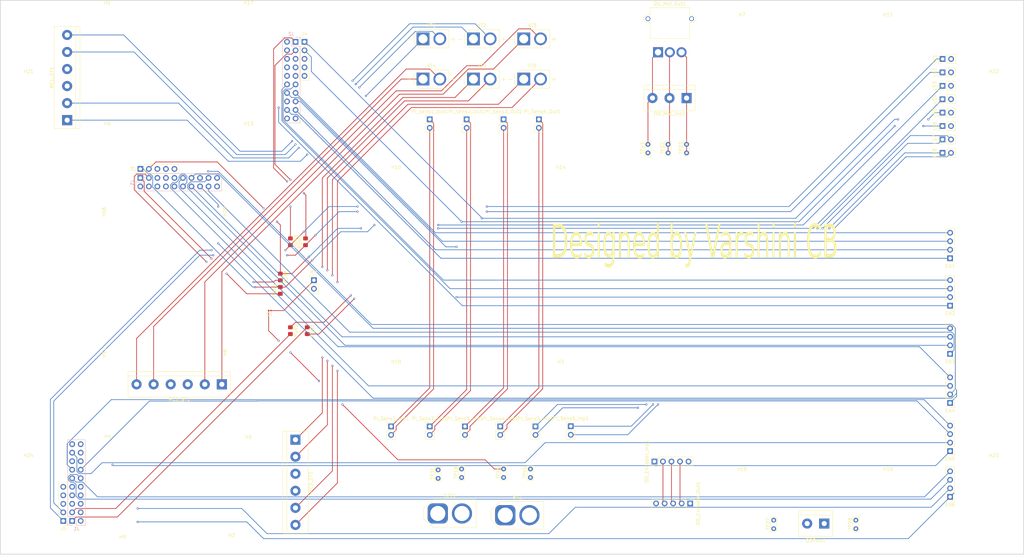
<source format=kicad_pcb>
(kicad_pcb (version 20241229) (generator "pcbnew") (generator_version "9.0")
  (layers (0 "F.Cu" signal) (4 "In1.Cu" signal) (6 "In2.Cu" signal) (8 "In3.Cu" signal) (10 "In4.Cu" signal) (2 "B.Cu" signal) (13 "F.Paste" user) (15 "B.Paste" user) (5 "F.SilkS" user "F.Silkscreen") (7 "B.SilkS" user "B.Silkscreen") (1 "F.Mask" user) (3 "B.Mask" user) (25 "Edge.Cuts" user))
  (net 0 "")
  (net 1 "GND")
  (net 2 "/LS4")
  (net 3 "/LS3")
  (net 4 "/LS7a")
  (net 5 "/LS7b")
  (net 6 "/B")
  (net 7 "/A")
  (net 8 "/C")
  (net 9 "/Sens4_2")
  (net 10 "/Sens4_1")
  (net 11 "/XT301+")
  (net 12 "/XT301-")
  (net 13 "/XT302+")
  (net 14 "/XT302-")
  (net 15 "/XT303+")
  (net 16 "/XT303-")
  (net 17 "/XT304+")
  (net 18 "/XT304-")
  (net 19 "/EN_B")
  (net 20 "/EN_A")
  (net 21 "+12V")
  (net 22 "+5V")
  (net 23 "/LS8a")
  (net 24 "/LS8b")
  (net 25 "/EN_C")
  (net 26 "/EN1+")
  (net 27 "/EN1-")
  (net 28 "/EN1b")
  (net 29 "/EN1a")
  (net 30 "/EN2-")
  (net 31 "/EN2a")
  (net 32 "/EN2b")
  (net 33 "/EN2+")
  (net 34 "/EN3+")
  (net 35 "/EN3b")
  (net 36 "/EN3-")
  (net 37 "/EN3a")
  (net 38 "/EN4+")
  (net 39 "/EN4a")
  (net 40 "/EN4-")
  (net 41 "/EN4b")
  (net 42 "/EN5b")
  (net 43 "/EN5-")
  (net 44 "/EN5a")
  (net 45 "/EN5+")
  (net 46 "/EN6a")
  (net 47 "/EN6-")
  (net 48 "/EN6b")
  (net 49 "/EN6+")
  (net 53 "Net-(J1-Pin_1)")
  (net 57 "Net-(J1-Pin_3)")
  (net 61 "Net-(J2-Pin_1)")
  (net 68 "Net-(J2-Pin_3)")
  (net 75 "Net-(J3-Pin_1)")
  (net 79 "Net-(J3-Pin_3)")
  (net 81 "/LS5")
  (net 84 "/LS6")
  (net 85 "/LS1")
  (net 86 "/LS2")
  (net 93 "/Sens1_1")
  (net 94 "/Sens1_2")
  (net 95 "/Sens2_1")
  (net 96 "/Sens2_2")
  (net 97 "/Sens3_2")
  (net 98 "/Sens3_1")
  (net 99 "/XT306+")
  (net 100 "/XT305+")
  (net 101 "/XT306-")
  (net 102 "/XT305-")
  (net 103 "Net-(PI1-Pin_1)")
  (footprint "Resistor_SMD:R_0805_2012Metric_Pad1.20x1.40mm_HandSolder" (layer "F.Cu") (at 240 168.5 90)
    (property "Reference" "PUR4")
    (property "Value" "R_US")
  )
  (footprint "MountingHole:MountingHole_3.2mm_M3" (layer "F.Cu") (at 184 201.5 90)
    (property "Reference" "H12")
    (property "Value" "MountingHole")
  )
  (footprint "MountingHole:MountingHole_3.2mm_M3" (layer "F.Cu") (at 413.5 105)
    (property "Reference" "H11")
    (property "Value" "MountingHole")
  )
  (footprint "Connector_PinHeader_2.54mm:PinHeader_1x05_P2.54mm_Vertical" (layer "F.Cu") (at 343.925 234 90)
    (property "Reference" "OD_Encoder_Inp1")
    (property "Value" "Conn_01x04")
  )
  (footprint "Connector_PinHeader_2.54mm:PinHeader_1x02_P2.54mm_Vertical" (layer "F.Cu") (at 429.725 130 90)
    (property "Reference" "LS5")
    (property "Value" "Conn_02x01")
  )
  (footprint "Connector_PinHeader_2.54mm:PinHeader_1x02_P2.54mm_Vertical" (layer "F.Cu") (at 429.725 134 90)
    (property "Reference" "LS6")
    (property "Value" "Conn_02x01")
  )
  (footprint "MountingHole:MountingHole_4.3mm_M4" (layer "F.Cu") (at 157.5 123)
    (property "Reference" "H21")
    (property "Value" "MountingHole")
  )
  (footprint "Connector_AMASS:AMASS_XT30U-M_1x02_P5.0mm_Vertical" (layer "F.Cu") (at 275 108)
    (property "Reference" "XT1")
    (property "Value" "Conn_01x02_Male")
  )
  (footprint "Resistor_SMD:R_0805_2012Metric_Pad1.20x1.40mm_HandSolder" (layer "F.Cu") (at 235.5 195 -90)
    (property "Reference" "PUR2")
    (property "Value" "R_US")
  )
  (footprint "Connector_PinHeader_2.54mm:PinHeader_1x02_P2.54mm_Vertical" (layer "F.Cu") (at 429.725 118 90)
    (property "Reference" "LS2")
    (property "Value" "Conn_02x01")
  )
  (footprint "MountingHole:MountingHole_3.2mm_M3" (layer "F.Cu") (at 370 105)
    (property "Reference" "H7")
    (property "Value" "MountingHole")
  )
  (footprint "Connector_AMASS:AMASS_XT30U-M_1x02_P5.0mm_Vertical" (layer "F.Cu") (at 305 120)
    (property "Reference" "XT6")
    (property "Value" "Conn_01x02_Male")
  )
  (footprint "Connector_PinHeader_2.54mm:PinHeader_1x02_P2.54mm_Vertical" (layer "F.Cu") (at 288 132)
    (property "Reference" "PI_Sens2_Out1")
    (property "Value" "Conn_01x02")
  )
  (footprint "MountingHole:MountingHole_3.2mm_M3" (layer "F.Cu") (at 223 222.5 180)
    (property "Reference" "H5")
    (property "Value" "MountingHole")
  )
  (footprint "Resistor_SMD:R_0805_2012Metric_Pad1.20x1.40mm_HandSolder" (layer "F.Cu") (at 240.5 195 -90)
    (property "Reference" "PUR1")
    (property "Value" "R_US")
  )
  (footprint "Connector_PinHeader_2.54mm:PinHeader_1x04_P2.54mm_Vertical" (layer "F.Cu") (at 432 187.54 180)
    (property "Reference" "EN2")
    (property "Value" "Conn_01x04")
  )
  (footprint "Connector_PinHeader_2.54mm:PinHeader_1x02_P2.54mm_Vertical" (layer "F.Cu") (at 319 223.5)
    (property "Reference" "PI_Sens6_Inp1")
    (property "Value" "Conn_01x02")
  )
  (footprint "TestPoint:TestPoint_Bridge_Pitch2.54mm_Drill0.7mm" (layer "F.Cu") (at 342 139.46 -90)
    (property "Reference" "TP41")
    (property "Value" "TestPoint_Probe")
  )
  (footprint "TestPoint:TestPoint_Bridge_Pitch2.54mm_Drill0.7mm" (layer "F.Cu") (at 353.5 139.46 -90)
    (property "Reference" "TP23")
    (property "Value" "TestPoint_Probe")
  )
  (footprint "Connector_PinHeader_2.54mm:PinHeader_1x04_P2.54mm_Vertical" (layer "F.Cu") (at 432 173.42 180)
    (property "Reference" "EN1")
    (property "Value" "Conn_01x04")
  )
  (footprint "MountingHole:MountingHole_3.2mm_M3" (layer "F.Cu") (at 267 150.5)
    (property "Reference" "H10")
    (property "Value" "MountingHole")
  )
  (footprint "Connector_AMASS:AMASS_XT30U-M_1x02_P5.0mm_Vertical" (layer "F.Cu") (at 290 120)
    (property "Reference" "XT5")
    (property "Value" "Conn_01x02_Male")
  )
  (footprint "TestPoint:TestPoint_Bridge_Pitch2.54mm_Drill0.7mm" (layer "F.Cu") (at 348 139.46 -90)
    (property "Reference" "TP22")
    (property "Value" "TestPoint_Probe")
  )
  (footprint "Connector_AMASS:AMASS_XT30U-M_1x02_P5.0mm_Vertical" (layer "F.Cu") (at 305 108)
    (property "Reference" "XT3")
    (property "Value" "Conn_01x02_Male")
  )
  (footprint "Connector_PinHeader_2.54mm:PinHeader_1x02_P2.54mm_Vertical" (layer "F.Cu") (at 287.5 223.54)
    (property "Reference" "PI_Sens3_Inp1")
    (property "Value" "Conn_01x02")
  )
  (footprint "MountingHole:MountingHole_3.2mm_M3" (layer "F.Cu") (at 223 101.5)
    (property "Reference" "H17")
    (property "Value" "MountingHole")
  )
  (footprint "Connector_PinHeader_2.54mm:PinHeader_1x02_P2.54mm_Vertical" (layer "F.Cu") (at 298 223.54)
    (property "Reference" "PI_Sens4_Inp1")
    (property "Value" "Conn_01x02")
  )
  (footprint "Resistor_SMD:R_0805_2012Metric_Pad1.20x1.40mm_HandSolder" (layer "F.Cu") (at 232.5 179 -90)
    (property "Reference" "PUR6")
    (property "Value" "R_US")
  )
  (footprint "Connector_PinHeader_2.54mm:PinHeader_1x02_P2.54mm_Vertical" (layer "F.Cu") (at 429.765 114 90)
    (property "Reference" "LS1")
    (property "Value" "Conn_02x01")
  )
  (footprint "Connector_PinHeader_2.54mm:PinHeader_1x02_P2.54mm_Vertical" (layer "F.Cu") (at 429.725 138 90)
    (property "Reference" "LS7")
    (property "Value" "Conn_02x01")
  )
  (footprint "Connector_PinHeader_2.54mm:PinHeader_1x02_P2.54mm_Vertical" (layer "F.Cu") (at 429.725 122 90)
    (property "Reference" "LS3")
    (property "Value" "Conn_02x01")
  )
  (footprint "TerminalBlock:TerminalBlock_bornier-6_P5.08mm" (layer "F.Cu") (at 169 132.24 90)
    (property "Reference" "RC1_ST1")
    (property "Value" "Screw_Terminal_01x06")
  )
  (footprint "TestPoint:TestPoint_Bridge_Pitch2.54mm_Drill0.7mm" (layer "F.Cu") (at 403.92 251.5 -90)
    (property "Reference" "TP28")
    (property "Value" "TestPoint_Probe")
  )
  (footprint "Connector_PinHeader_2.54mm:PinHeader_1x02_P2.54mm_Vertical" (layer "F.Cu") (at 265.5 223.54)
    (property "Reference" "PI_Sens1_Inp1")
    (property "Value" "Conn_01x02")
  )
  (footprint "Connector_PinHeader_2.54mm:PinHeader_1x05_P2.54mm_Vertical" (layer "F.Cu") (at 239.7 108.88)
    (property "Reference" "J4")
    (property "Value" "Conn_01x05")
  )
  (footprint "Resistor_SMD:R_0805_2012Metric_Pad1.20x1.40mm_HandSolder" (layer "F.Cu") (at 232.5 183 90)
    (property "Reference" "PUR5")
    (property "Value" "R_US")
  )
  (footprint "MountingHole:MountingHole_4.3mm_M4" (layer "F.Cu") (at 445 123)
    (property "Reference" "H22")
    (property "Value" "MountingHole")
  )
  (footprint "Connector_PinHeader_2.54mm:PinHeader_1x04_P2.54mm_Vertical" (layer "F.Cu") (at 432 216.54 180)
    (property "Reference" "EN4")
    (property "Value" "Conn_01x04")
  )
  (footprint "MountingHole:MountingHole_3.2mm_M3" (layer "F.Cu") (at 181 258.5 180)
    (property "Reference" "H9")
    (property "Value" "MountingHole")
  )
  (footprint "MountingHole:MountingHole_3.2mm_M3" (layer "F.Cu") (at 181 137.5)
    (property "Reference" "H6")
    (property "Value" "MountingHole")
  )
  (footprint "Connector_PinHeader_2.54mm:PinHeader_1x02_P2.54mm_Vertical" (layer "F.Cu") (at 242.5 179.96)
    (property "Reference" "PI1")
    (property "Value" "Conn_01x02")
  )
  (footprint "TestPoint:TestPoint_Bridge_Pitch2.54mm_Drill0.7mm" (layer "F.Cu") (at 286.5 236.23 -90)
    (property "Reference" "TP18")
    (property "Value" "TestPoint_Probe")
  )
  (footprint "Connector_PinHeader_2.54mm:PinHeader_1x05_P2.54mm_Vertical" (layer "F.Cu") (at 190.8 146.78 90)
    (property "Reference" "J6")
    (property "Value" "Conn_01x05")
  )
  (footprint "MountingHole:MountingHole_3.2mm_M3" (layer "F.Cu") (at 223 137.5)
    (property "Reference" "H13")
    (property "Value" "MountingHole")
  )
  (footprint "Connector_PinHeader_2.54mm:PinHeader_1x02_P2.54mm_Vertical" (layer "F.Cu") (at 277 223.54)
    (property "Reference" "PI_Sens2_Inp1")
    (property "Value" "Conn_01x02")
  )
  (footprint "TestPoint:TestPoint_Bridge_Pitch2.54mm_Drill0.7mm" (layer "F.Cu") (at 307 236.23 -90)
    (property "Reference" "TP45")
    (property "Value" "TestPoint_Probe")
  )
  (footprint "Capacitor_SMD:C_0201_0603Metric" (layer "F.Cu") (at 229.345 189 180)
    (property "Reference" "C1")
    (property "Value" "C")
  )
  (footprint "Connector_PinHeader_2.54mm:PinHeader_1x02_P2.54mm_Vertical" (layer "F.Cu") (at 308.5 223.54)
    (property "Reference" "PI_Sens5_Inp1")
    (property "Value" "Conn_01x02")
  )
  (footprint "TestPoint:TestPoint_Bridge_Pitch2.54mm_Drill0.7mm" (layer "F.Cu") (at 299 236.23 -90)
    (property "Reference" "TP44")
    (property "Value" "TestPoint_Probe")
  )
  (footprint "MountingHole:MountingHole_3.2mm_M3" (layer "F.Cu") (at 267 208.5)
    (property "Reference" "H18")
    (property "Value" "MountingHole")
  )
  (footprint "TerminalBlock:TerminalBlock_bornier-3_P5.08mm" (layer "F.Cu") (at 353.5 125.65 180)
    (property "Reference" "OD_Mot_Inp1")
    (property "Value" "Screw_Terminal_01x03")
  )
  (footprint "Connector_PinHeader_2.54mm:PinHeader_1x02_P2.54mm_Vertical" (layer "F.Cu") (at 277 132)
    (property "Reference" "PI_Sens1_Out1")
    (property "Value" "Conn_01x02")
  )
  (footprint "MountingHole:MountingHole_3.2mm_M3" (layer "F.Cu") (at 316 208.5)
    (property "Reference" "H3")
    (property "Value" "MountingHole")
  )
  (footprint "MountingHole:MountingHole_3.2mm_M3" (layer "F.Cu") (at 181 222.5 180)
    (property "Reference" "H4")
    (property "Value" "MountingHole")
  )
  (footprint "Connector_AMASS:AMASS_XT60-M_1x02_P7.20mm_Vertical" (layer "F.Cu") (at 279.4 249.5)
    (property "Reference" "12V1")
    (property "Value" "Conn_01x02_Male")
  )
  (footprint "TestPoint:TestPoint_Bridge_Pitch2.54mm_Drill0.7mm" (layer "F.Cu") (at 379.46 251.5 -90)
    (property "Reference" "TP27")
    (property "Value" "TestPoint_Probe")
  )
  (footprint "TerminalBlock:TerminalBlock_bornier-6_P5.08mm" (layer "F.Cu") (at 237 227.5 -90)
    (property "Reference" "RC3_ST1")
    (property "Value" "Screw_Terminal_01x06")
  )
  (footprint "Connector_PinHeader_2.54mm:PinHeader_1x04_P2.54mm_Vertical" (layer "F.Cu") (at 432 244.54 180)
    (property "Reference" "EN6")
    (property "Value" "Conn_01x04")
  )
  (footprint "MountingHole:MountingHole_4.3mm_M4" (layer "F.Cu") (at 157.5 237.5)
    (property "Reference" "H24")
    (property "Value" "MountingHole")
  )
  (footprint "TestPoint:TestPoint_Bridge_Pitch2.54mm_Drill0.7mm" (layer "F.Cu") (at 279.5 236.5 -90)
    (property "Reference" "TP31")
    (property "Value" "TestPoint_Probe")
  )
  (footprint "Connector_PinHeader_2.54mm:PinHeader_1x04_P2.54mm_Vertical" (layer "F.Cu") (at 432 230.92 180)
    (property "Reference" "EN5")
    (property "Value" "Conn_01x04")
  )
  (footprint "Connector_PinHeader_2.54mm:PinHeader_1x02_P2.54mm_Vertical" (layer "F.Cu") (at 299 132)
    (property "Reference" "PI_Sens3_Out1")
    (property "Value" "Conn_01x02")
  )
  (footprint "MountingHole:MountingHole_3.2mm_M3" (layer "F.Cu") (at 220 201.5 90)
    (property "Reference" "H8")
    (property "Value" "MountingHole")
  )
  (footprint "MountingHole:MountingHole_3.2mm_M3" (layer "F.Cu") (at 370 240.5)
    (property "Reference" "H15")
    (property "Value" "MountingHole")
  )
  (footprint "MountingHole:MountingHole_3.2mm_M3" (layer "F.Cu") (at 413.5 240.5)
    (property "Reference" "H19")
    (property "Value" "MountingHole")
  )
  (footprint "MountingHole:MountingHole_3.2mm_M3" (layer "F.Cu") (at 184 159.5 90)
    (property "Reference" "H16")
    (property "Value" "MountingHole")
  )
  (footprint "Connector_PinHeader_2.54mm:PinHeader_1x02_P2.54mm_Vertical" (layer "F.Cu") (at 309.5 132)
    (property "Reference" "PI_Sens4_Out1")
    (property "Value" "Conn_01x02")
  )
  (footprint "Connector_AMASS:AMASS_XT30U-M_1x02_P5.0mm_Vertical" (layer "F.Cu") (at 290 108)
    (property "Reference" "XT2")
    (property "Value" "Conn_01x02_Male")
  )
  (footprint "MountingHole:MountingHole_3.2mm_M3" (layer "F.Cu") (at 220 159.5 90)
    (property "Reference" "H20")
    (property "Value" "MountingHole")
  )
  (footprint "Connector_AMASS:AMASS_XT30U-M_1x02_P5.0mm_Vertical" (layer "F.Cu") (at 275 120)
    (property "Reference" "XT4")
    (property "Value" "Conn_01x02_Male")
  )
  (footprint "Connector_PinHeader_2.54mm:PinHeader_1x02_P2.54mm_Vertical" (layer "F.Cu") (at 429.725 142 90)
    (property "Reference" "LS8")
    (property "Value" "Conn_02x01")
  )
  (footprint "Connector_AMASS:AMASS_XT60-M_1x02_P7.20mm_Vertical" (layer "F.Cu") (at 299.5 250)
    (property "Reference" "5V1")
    (property "Value" "Conn_01x02_Male")
  )
  (footprint "MountingHole:MountingHole_3.2mm_M3" (layer "F.Cu") (at 223 258.5 180)
    (property "Reference" "H2")
    (property "Value" "MountingHole")
  )
  (footprint "TerminalBlock:TerminalBlock_bornier-6_P5.08mm" (layer "F.Cu") (at 215.08 211 180)
    (property "Reference" "RC2_ST1")
    (property "Value" "Screw_Terminal_01x06")
  )
  (footprint "MountingHole:MountingHole_3.2mm_M3" (layer "F.Cu") (at 316 150.5)
    (property "Reference" "H14")
    (property "Value" "MountingHole")
  )
  (footprint "MountingHole:MountingHole_4.3mm_M4" (layer "F.Cu") (at 445 237.5)
    (property "Reference" "H23")
    (property "Value" "MountingHole")
  )
  (footprint "MountingHole:MountingHole_3.2mm_M3" (layer "F.Cu") (at 181 101.5)
    (property "Reference" "H1")
    (property "Value" "MountingHole")
  )
  (footprint "Connector_PinHeader_2.54mm:PinHeader_1x05_P2.54mm_Vertical" (layer "F.Cu") (at 167.85 251.71 180)
    (property "Reference" "J5")
    (property "Value" "Conn_01x05")
  )
  (footprint "Connector_PinHeader_2.54mm:PinHeader_1x04_P2.54mm_Vertical" (layer "F.Cu") (at 432 201.92 180)
    (property "Reference" "EN3")
    (property "Value" "Conn_01x04")
  )
  (footprint "Connector_PinHeader_2.54mm:PinHeader_1x05_P2.54mm_Vertical" (layer "F.Cu") (at 354.58 246.5 -90)
    (property "Reference" "OD_Encoder_Out1")
    (property "Value" "Conn_01x04")
  )
  (footprint "Connector_PinHeader_2.54mm:PinHeader_1x02_P2.54mm_Vertical" (layer "F.Cu") (at 429.725 126 90)
    (property "Reference" "LS4")
    (property "Value" "Conn_02x01")
  )
  (footprint "TerminalBlock:TerminalBlock_bornier-2_P5.08mm" (layer "F.Cu") (at 394.5 252.5 180)
    (property "Reference" "ODPow1")
    (property "Value" "Screw_Terminal_01x02")
  )
  (footprint "Connector_AMASS:AMASS_MR30PW-M_1x03_P3.50mm_Horizontal" (layer "F.Cu") (at 345 112)
    (property "Reference" "OD_Mot_Out1")
    (property "Value" "Conn_01x03")
  )
  (footprint "Resistor_SMD:R_0805_2012Metric_Pad1.20x1.40mm_HandSolder" (layer "F.Cu") (at 235.5 168.5 -90)
    (property "Reference" "PUR3")
    (property "Value" "R_US")
  )
  (footprint "Connector_PinHeader_2.54mm:PinHeader_2x10_P2.54mm_Vertical" (layer "B.Cu") (at 190.8 149.46 -90)
    (property "Reference" "J3")
    (property "Value" "Conn_02x10_Top_Bottom")
  )
  (footprint "Connector_PinHeader_2.54mm:PinHeader_2x10_P2.54mm_Vertical" (layer "B.Cu") (at 237.04 108.88 180)
    (property "Reference" "J2")
    (property "Value" "Conn_02x10_Top_Bottom")
  )
  (footprint "Connector_PinHeader_2.54mm:PinHeader_2x10_P2.54mm_Vertical" (layer "B.Cu") (at 170.5 251.7)
    (property "Reference" "J1")
    (property "Value" "Conn_02x10_Top_Bottom")
  )
  (gr_rect (start 149.11 96.52) (end 453.91 261.62) (stroke (width 0.2)) (fill no) (layer "Edge.Cuts"))
  (gr_text "Designed by Varshini CB" (at 313 175 0) (layer "F.SilkS") (effects (font (size 10 5)) (justify left bottom)))
  (segment (start 227.5 158.5) (end 213.7 144.7) (width 0.2) (layer "F.Cu") (net 2))
  (segment (start 241 173) (end 236 178) (width 0.2) (layer "F.Cu") (net 2))
  (segment (start 232.5 163.5) (end 232.5 178) (width 0.2) (layer "F.Cu") (net 2))
  (segment (start 195.42 144.7) (end 193.34 146.78) (width 0.2) (layer "F.Cu") (net 2))
  (segment (start 236 178) (end 232.5 178) (width 0.2) (layer "F.Cu") (net 2))
  (segment (start 231.5 162.5) (end 232.5 163.5) (width 0.2) (layer "F.Cu") (net 2))
  (segment (start 213.7 144.7) (end 195.42 144.7) (width 0.2) (layer "F.Cu") (net 2))
  (via (at 256.5 164.5) (size 0.6) (drill 0.3) (layers "F.Cu" "B.Cu") (net 2))
  (via (at 231.5 162.5) (size 0.6) (drill 0.3) (layers "F.Cu" "B.Cu") (net 2))
  (via (at 241 173) (size 0.6) (drill 0.3) (layers "F.Cu" "B.Cu") (net 2))
  (via (at 279.5 164.5) (size 0.6) (drill 0.3) (layers "F.Cu" "B.Cu") (net 2))
  (via (at 227.5 158.5) (size 0.6) (drill 0.3) (layers "F.Cu" "B.Cu") (net 2))
  (segment (start 241.065686 173) (end 241 173) (width 0.2) (layer "B.Cu") (net 2))
  (segment (start 429.725 126) (end 391.225 164.5) (width 0.2) (layer "B.Cu") (net 2))
  (segment (start 241 173.065686) (end 241.065686 173) (width 0.2) (layer "B.Cu") (net 2))
  (segment (start 256.5 164.5) (end 249.565686 164.5) (width 0.2) (layer "B.Cu") (net 2))
  (segment (start 241 173) (end 241 173.065686) (width 0.2) (layer "B.Cu") (net 2))
  (segment (start 391.225 164.5) (end 279.5 164.5) (width 0.2) (layer "B.Cu") (net 2))
  (segment (start 249.565686 164.5) (end 241.065686 173) (width 0.2) (layer "B.Cu") (net 2))
  (segment (start 242 174) (end 234 182) (width 0.2) (layer "F.Cu") (net 3))
  (segment (start 225 182) (end 232.5 182) (width 0.2) (layer "F.Cu") (net 3))
  (segment (start 234 182) (end 232.5 182) (width 0.2) (layer "F.Cu") (net 3))
  (via (at 260.5 163.5) (size 0.6) (drill 0.3) (layers "F.Cu" "B.Cu") (net 3))
  (via (at 279.5 163.5) (size 0.6) (drill 0.3) (layers "F.Cu" "B.Cu") (net 3))
  (via (at 225 182) (size 0.6) (drill 0.3) (layers "F.Cu" "B.Cu") (net 3))
  (via (at 242 174) (size 0.6) (drill 0.3) (layers "F.Cu" "B.Cu") (net 3))
  (segment (start 191.71 146.78) (end 190.8 146.78) (width 0.2) (layer "B.Cu") (net 3))
  (segment (start 225 182) (end 224.253654 182) (width 0.2) (layer "B.Cu") (net 3))
  (segment (start 258.5 165.5) (end 253 165.5) (width 0.2) (layer "B.Cu") (net 3))
  (segment (start 224.253654 182) (end 194.49 152.236346) (width 0.2) (layer "B.Cu") (net 3))
  (segment (start 194.49 148.983654) (end 193.816346 148.31) (width 0.2) (layer "B.Cu") (net 3))
  (segment (start 193.24 148.31) (end 191.71 146.78) (width 0.2) (layer "B.Cu") (net 3))
  (segment (start 253 165.5) (end 250.5 165.5) (width 0.2) (layer "B.Cu") (net 3))
  (segment (start 388.225 163.5) (end 279.5 163.5) (width 0.2) (layer "B.Cu") (net 3))
  (segment (start 194.49 152.236346) (end 194.49 148.983654) (width 0.2) (layer "B.Cu") (net 3))
  (segment (start 193.816346 148.31) (end 193.24 148.31) (width 0.2) (layer "B.Cu") (net 3))
  (segment (start 250.5 165.5) (end 242 174) (width 0.2) (layer "B.Cu") (net 3))
  (segment (start 429.725 122) (end 388.225 163.5) (width 0.2) (layer "B.Cu") (net 3))
  (segment (start 260.5 163.5) (end 258.5 165.5) (width 0.2) (layer "B.Cu") (net 3))
  (via (at 394 164.5) (size 0.6) (drill 0.3) (layers "F.Cu" "B.Cu") (net 4))
  (via (at 341.5 217) (size 0.6) (drill 0.3) (layers "F.Cu" "B.Cu") (net 4))
  (segment (start 419.35 139.15) (end 394 164.5) (width 0.2) (layer "B.Cu") (net 4))
  (segment (start 341.5 217) (end 315.04 217) (width 0.2) (layer "B.Cu") (net 4))
  (segment (start 429.725 138) (end 428.575 139.15) (width 0.2) (layer "B.Cu") (net 4))
  (segment (start 315.04 217) (end 308.5 223.54) (width 0.2) (layer "B.Cu") (net 4))
  (segment (start 428.575 139.15) (end 419.35 139.15) (width 0.2) (layer "B.Cu") (net 4))
  (segment (start 432.265 138) (end 432.5 138) (width 0.2) (layer "F.Cu") (net 5))
  (via (at 339 218) (size 0.6) (drill 0.3) (layers "F.Cu" "B.Cu") (net 5))
  (via (at 392.5 164.5) (size 0.6) (drill 0.3) (layers "F.Cu" "B.Cu") (net 5))
  (segment (start 431.115 136.85) (end 420.15 136.85) (width 0.2) (layer "B.Cu") (net 5))
  (segment (start 339 218) (end 316.58 218) (width 0.2) (layer "B.Cu") (net 5))
  (segment (start 316.58 218) (end 308.5 226.08) (width 0.2) (layer "B.Cu") (net 5))
  (segment (start 432.265 138) (end 431.115 136.85) (width 0.2) (layer "B.Cu") (net 5))
  (segment (start 420.15 136.85) (end 392.5 164.5) (width 0.2) (layer "B.Cu") (net 5))
  (segment (start 348 139.46) (end 348 142) (width 0.2) (layer "F.Cu") (net 6))
  (segment (start 348.42 112.58) (end 348.42 125.65) (width 0.2) (layer "F.Cu") (net 6))
  (segment (start 348.42 139.04) (end 348 139.46) (width 0.2) (layer "F.Cu") (net 6))
  (segment (start 348.5 112) (end 348.5 112.5) (width 0.2) (layer "F.Cu") (net 6))
  (segment (start 348.42 125.65) (end 348.42 139.04) (width 0.2) (layer "F.Cu") (net 6))
  (segment (start 348.5 112.5) (end 348.42 112.58) (width 0.2) (layer "F.Cu") (net 6))
  (segment (start 343.34 125.65) (end 343.34 113.66) (width 0.2) (layer "F.Cu") (net 7))
  (segment (start 343.34 113.66) (end 345 112) (width 0.2) (layer "F.Cu") (net 7))
  (segment (start 342 126.99) (end 343.34 125.65) (width 0.2) (layer "F.Cu") (net 7))
  (segment (start 342 139.46) (end 342 126.99) (width 0.2) (layer "F.Cu") (net 7))
  (segment (start 353.5 125.65) (end 353.5 113.5) (width 0.2) (layer "F.Cu") (net 8))
  (segment (start 353.5 113.5) (end 352 112) (width 0.2) (layer "F.Cu") (net 8))
  (segment (start 353.5 139.46) (end 353.5 142) (width 0.2) (layer "F.Cu") (net 8))
  (segment (start 353.5 125.65) (end 353.5 139.46) (width 0.2) (layer "F.Cu") (net 8))
  (segment (start 309.5 134.54) (end 309.5 212.04) (width 0.2) (layer "F.Cu") (net 9))
  (segment (start 309.5 212.04) (end 298 223.54) (width 0.2) (layer "F.Cu") (net 9))
  (segment (start 300 224.08) (end 298 226.08) (width 0.2) (layer "F.Cu") (net 10))
  (segment (start 310.65 212.35) (end 300 223) (width 0.2) (layer "F.Cu") (net 10))
  (segment (start 300 223) (end 300 224.08) (width 0.2) (layer "F.Cu") (net 10))
  (segment (start 310.65 133.15) (end 310.65 212.35) (width 0.2) (layer "F.Cu") (net 10))
  (segment (start 309.5 132) (end 310.65 133.15) (width 0.2) (layer "F.Cu") (net 10))
  (via (at 258 125) (size 0.6) (drill 0.3) (layers "F.Cu" "B.Cu") (net 11))
  (via (at 240.5 142.5) (size 0.6) (drill 0.3) (layers "F.Cu" "B.Cu") (net 11))
  (segment (start 238.5 144.5) (end 217 144.5) (width 0.2) (layer "B.Cu") (net 11))
  (segment (start 204.74 132.24) (end 169 132.24) (width 0.2) (layer "B.Cu") (net 11))
  (segment (start 217 144.5) (end 204.74 132.24) (width 0.2) (layer "B.Cu") (net 11))
  (segment (start 275 108) (end 258 125) (width 0.2) (layer "B.Cu") (net 11))
  (segment (start 240.5 142.5) (end 238.5 144.5) (width 0.2) (layer "B.Cu") (net 11))
  (via (at 256 122.5) (size 0.6) (drill 0.3) (layers "F.Cu" "B.Cu") (net 12))
  (via (at 238 140.5) (size 0.6) (drill 0.3) (layers "F.Cu" "B.Cu") (net 12))
  (segment (start 235 143.5) (end 218.5 143.5) (width 0.2) (layer "B.Cu") (net 12))
  (segment (start 280 108) (end 277.8 105.8) (width 0.2) (layer "B.Cu") (net 12))
  (segment (start 202.16 127.16) (end 169 127.16) (width 0.2) (layer "B.Cu") (net 12))
  (segment (start 272.7 105.8) (end 256 122.5) (width 0.2) (layer "B.Cu") (net 12))
  (segment (start 218.5 143.5) (end 202.16 127.16) (width 0.2) (layer "B.Cu") (net 12))
  (segment (start 277.8 105.8) (end 272.7 105.8) (width 0.2) (layer "B.Cu") (net 12))
  (segment (start 238 140.5) (end 235 143.5) (width 0.2) (layer "B.Cu") (net 12))
  (via (at 237 139.5) (size 0.6) (drill 0.3) (layers "F.Cu" "B.Cu") (net 13))
  (via (at 255 121.5) (size 0.6) (drill 0.3) (layers "F.Cu" "B.Cu") (net 13))
  (segment (start 274.5 104.5) (end 272 104.5) (width 0.2) (layer "B.Cu") (net 13))
  (segment (start 272 104.5) (end 255 121.5) (width 0.2) (layer "B.Cu") (net 13))
  (segment (start 286.5 104.5) (end 274.5 104.5) (width 0.2) (layer "B.Cu") (net 13))
  (segment (start 237 139.5) (end 234 142.5) (width 0.2) (layer "B.Cu") (net 13))
  (segment (start 290 108) (end 286.5 104.5) (width 0.2) (layer "B.Cu") (net 13))
  (segment (start 188.92 111.92) (end 169 111.92) (width 0.2) (layer "B.Cu") (net 13))
  (segment (start 219.5 142.5) (end 188.92 111.92) (width 0.2) (layer "B.Cu") (net 13))
  (segment (start 234 142.5) (end 219.5 142.5) (width 0.2) (layer "B.Cu") (net 13))
  (via (at 254 120.5) (size 0.6) (drill 0.3) (layers "F.Cu" "B.Cu") (net 14))
  (via (at 236 138.5) (size 0.6) (drill 0.3) (layers "F.Cu" "B.Cu") (net 14))
  (segment (start 271 103.5) (end 254 120.5) (width 0.2) (layer "B.Cu") (net 14))
  (segment (start 273 103.5) (end 271 103.5) (width 0.2) (layer "B.Cu") (net 14))
  (segment (start 295 108) (end 290.5 103.5) (width 0.2) (layer "B.Cu") (net 14))
  (segment (start 236 138.5) (end 233 141.5) (width 0.2) (layer "B.Cu") (net 14))
  (segment (start 220.5 141.5) (end 185.84 106.84) (width 0.2) (layer "B.Cu") (net 14))
  (segment (start 233 141.5) (end 220.5 141.5) (width 0.2) (layer "B.Cu") (net 14))
  (segment (start 290.5 103.5) (end 273 103.5) (width 0.2) (layer "B.Cu") (net 14))
  (segment (start 185.84 106.84) (end 169 106.84) (width 0.2) (layer "B.Cu") (net 14))
  (segment (start 268 124.5) (end 281 124.5) (width 0.2) (layer "F.Cu") (net 15))
  (segment (start 215.08 211) (end 215.08 177.42) (width 0.2) (layer "F.Cu") (net 15))
  (segment (start 296 117) (end 305 108) (width 0.2) (layer "F.Cu") (net 15))
  (segment (start 288.5 117) (end 296 117) (width 0.2) (layer "F.Cu") (net 15))
  (segment (start 215.08 177.42) (end 268 124.5) (width 0.2) (layer "F.Cu") (net 15))
  (segment (start 281 124.5) (end 288.5 117) (width 0.2) (layer "F.Cu") (net 15))
  (segment (start 210 211) (end 210 180.5) (width 0.2) (layer "F.Cu") (net 16))
  (segment (start 267 123.5) (end 280.5 123.5) (width 0.2) (layer "F.Cu") (net 16))
  (segment (start 303.5 105) (end 307 105) (width 0.2) (layer "F.Cu") (net 16))
  (segment (start 307 105) (end 310 108) (width 0.2) (layer "F.Cu") (net 16))
  (segment (start 288 116) (end 292.5 116) (width 0.2) (layer "F.Cu") (net 16))
  (segment (start 210 180.5) (end 267 123.5) (width 0.2) (layer "F.Cu") (net 16))
  (segment (start 280.5 123.5) (end 288 116) (width 0.2) (layer "F.Cu") (net 16))
  (segment (start 292.5 116) (end 303.5 105) (width 0.2) (layer "F.Cu") (net 16))
  (segment (start 194.76 193.74) (end 268.5 120) (width 0.2) (layer "F.Cu") (net 17))
  (segment (start 268.5 120) (end 275 120) (width 0.2) (layer "F.Cu") (net 17))
  (segment (start 194.76 211) (end 194.76 193.74) (width 0.2) (layer "F.Cu") (net 17))
  (segment (start 270 117) (end 277 117) (width 0.2) (layer "F.Cu") (net 18))
  (segment (start 189.68 197.32) (end 270 117) (width 0.2) (layer "F.Cu") (net 18))
  (segment (start 189.68 211) (end 189.68 197.32) (width 0.2) (layer "F.Cu") (net 18))
  (segment (start 277 117) (end 280 120) (width 0.2) (layer "F.Cu") (net 18))
  (segment (start 349.005 234) (end 349.005 246.005) (width 0.2) (layer "F.Cu") (net 19))
  (segment (start 349.005 246.005) (end 349.5 246.5) (width 0.2) (layer "F.Cu") (net 19))
  (segment (start 351.545 246.005) (end 352.04 246.5) (width 0.2) (layer "F.Cu") (net 20))
  (segment (start 351.545 234) (end 351.545 246.005) (width 0.2) (layer "F.Cu") (net 20))
  (segment (start 293.5 233.5) (end 296.23 236.23) (width 0.2) (layer "F.Cu") (net 22))
  (segment (start 229.025 189) (end 229.025 195.025) (width 0.2) (layer "F.Cu") (net 22))
  (segment (start 235.5 201.5) (end 244 210) (width 0.2) (layer "F.Cu") (net 22))
  (segment (start 251 217) (end 267.5 233.5) (width 0.2) (layer "F.Cu") (net 22))
  (segment (start 229.025 195.025) (end 232 198) (width 0.2) (layer "F.Cu") (net 22))
  (segment (start 267.5 233.5) (end 293.5 233.5) (width 0.2) (layer "F.Cu") (net 22))
  (segment (start 296.23 236.23) (end 299 236.23) (width 0.2) (layer "F.Cu") (net 22))
  (via (at 235.5 201.5) (size 0.6) (drill 0.3) (layers "F.Cu" "B.Cu") (net 22))
  (via (at 251 217) (size 0.6) (drill 0.3) (layers "F.Cu" "B.Cu") (net 22))
  (via (at 244 210) (size 0.6) (drill 0.3) (layers "F.Cu" "B.Cu") (net 22))
  (via (at 232 198) (size 0.6) (drill 0.3) (layers "F.Cu" "B.Cu") (net 22))
  (via (at 396 164.5) (size 0.6) (drill 0.3) (layers "F.Cu" "B.Cu") (net 23))
  (via (at 343.5 217) (size 0.6) (drill 0.3) (layers "F.Cu" "B.Cu") (net 23))
  (segment (start 343.5 217) (end 337 223.5) (width 0.2) (layer "B.Cu") (net 23))
  (segment (start 337 223.5) (end 319 223.5) (width 0.2) (layer "B.Cu") (net 23))
  (segment (start 418.5 142) (end 396 164.5) (width 0.2) (layer "B.Cu") (net 23))
  (segment (start 429.725 142) (end 418.5 142) (width 0.2) (layer "B.Cu") (net 23))
  (via (at 397.5 164.5) (size 0.6) (drill 0.3) (layers "F.Cu" "B.Cu") (net 24))
  (via (at 345 217) (size 0.6) (drill 0.3) (layers "F.Cu" "B.Cu") (net 24))
  (segment (start 418.5 143.5) (end 397.5 164.5) (width 0.2) (layer "B.Cu") (net 24))
  (segment (start 418.85 143.15) (end 418.5 143.5) (width 0.2) (layer "B.Cu") (net 24))
  (segment (start 335.96 226.04) (end 319 226.04) (width 0.2) (layer "B.Cu") (net 24))
  (segment (start 431.115 143.15) (end 418.85 143.15) (width 0.2) (layer "B.Cu") (net 24))
  (segment (start 432.265 142) (end 431.115 143.15) (width 0.2) (layer "B.Cu") (net 24))
  (segment (start 345 217) (end 335.96 226.04) (width 0.2) (layer "B.Cu") (net 24))
  (segment (start 346.465 234) (end 346.465 246.005) (width 0.2) (layer "F.Cu") (net 25))
  (segment (start 346.465 246.005) (end 346.96 246.5) (width 0.2) (layer "F.Cu") (net 25))
  (segment (start 432 170.88) (end 278.72 170.88) (width 0.2) (layer "B.Cu") (net 26))
  (segment (start 278.72 170.88) (end 237.04 129.2) (width 0.2) (layer "B.Cu") (net 26))
  (segment (start 235.8 130.5) (end 234.5 129.2) (width 0.2) (layer "B.Cu") (net 27))
  (segment (start 237.426346 130.5) (end 235.8 130.5) (width 0.2) (layer "B.Cu") (net 27))
  (segment (start 432 173.42) (end 280.346346 173.42) (width 0.2) (layer "B.Cu") (net 27))
  (segment (start 280.346346 173.42) (end 237.426346 130.5) (width 0.2) (layer "B.Cu") (net 27))
  (segment (start 237.854314 125.5) (end 235.88 125.5) (width 0.2) (layer "B.Cu") (net 28))
  (segment (start 280.694314 168.34) (end 237.854314 125.5) (width 0.2) (layer "B.Cu") (net 28))
  (segment (start 432 168.34) (end 280.694314 168.34) (width 0.2) (layer "B.Cu") (net 28))
  (segment (start 235.88 125.5) (end 234.5 124.12) (width 0.2) (layer "B.Cu") (net 28))
  (segment (start 432 165.8) (end 278.72 165.8) (width 0.2) (layer "B.Cu") (net 29))
  (segment (start 278.72 165.8) (end 237.04 124.12) (width 0.2) (layer "B.Cu") (net 29))
  (via (at 232 128.5) (size 0.6) (drill 0.3) (layers "F.Cu" "B.Cu") (net 30))
  (segment (start 432 187.54) (end 286.691471 187.54) (width 0.2) (layer "B.Cu") (net 30))
  (segment (start 286.691471 187.54) (end 232.55 133.398529) (width 0.2) (layer "B.Cu") (net 30))
  (segment (start 232 132.848529) (end 232 128.5) (width 0.2) (layer "B.Cu") (net 30))
  (segment (start 232.55 133.398529) (end 232 132.848529) (width 0.2) (layer "B.Cu") (net 30))
  (segment (start 234.023654 122.97) (end 235.65 122.97) (width 0.2) (layer "B.Cu") (net 31))
  (segment (start 233.35 132.216346) (end 233.35 123.643654) (width 0.2) (layer "B.Cu") (net 31))
  (segment (start 281.053654 179.92) (end 233.35 132.216346) (width 0.2) (layer "B.Cu") (net 31))
  (segment (start 432 179.92) (end 281.053654 179.92) (width 0.2) (layer "B.Cu") (net 31))
  (segment (start 235.65 122.97) (end 237.04 121.58) (width 0.2) (layer "B.Cu") (net 31))
  (segment (start 233.35 123.643654) (end 234.023654 122.97) (width 0.2) (layer "B.Cu") (net 31))
  (segment (start 232.95 123.13) (end 234.5 121.58) (width 0.2) (layer "B.Cu") (net 32))
  (segment (start 283.027968 182.46) (end 232.95 132.382032) (width 0.2) (layer "B.Cu") (net 32))
  (segment (start 232.95 132.382032) (end 232.95 123.13) (width 0.2) (layer "B.Cu") (net 32))
  (segment (start 432 182.46) (end 283.027968 182.46) (width 0.2) (layer "B.Cu") (net 32))
  (via (at 285 170) (size 0.6) (drill 0.3) (layers "F.Cu" "B.Cu") (net 33))
  (via (at 285 185) (size 0.6) (drill 0.3) (layers "F.Cu" "B.Cu") (net 33))
  (segment (start 237.04 126.66) (end 238.448628 126.66) (width 0.2) (layer "B.Cu") (net 33))
  (segment (start 432 185) (end 285 185) (width 0.2) (layer "B.Cu") (net 33))
  (segment (start 281.788628 170) (end 285 170) (width 0.2) (layer "B.Cu") (net 33))
  (segment (start 238.448628 126.66) (end 281.788628 170) (width 0.2) (layer "B.Cu") (net 33))
  (segment (start 251.793654 199.38) (end 204.89 152.476346) (width 0.2) (layer "B.Cu") (net 34))
  (segment (start 205.803654 150.61) (end 209.97 150.61) (width 0.2) (layer "B.Cu") (net 34))
  (segment (start 204.89 151.523654) (end 205.803654 150.61) (width 0.2) (layer "B.Cu") (net 34))
  (segment (start 204.89 152.476346) (end 204.89 151.523654) (width 0.2) (layer "B.Cu") (net 34))
  (segment (start 209.97 150.61) (end 211.12 149.46) (width 0.2) (layer "B.Cu") (net 34))
  (segment (start 432 199.38) (end 251.793654 199.38) (width 0.2) (layer "B.Cu") (net 34))
  (segment (start 250.88 196.84) (end 206.04 152) (width 0.2) (layer "B.Cu") (net 35))
  (segment (start 432 196.84) (end 250.88 196.84) (width 0.2) (layer "B.Cu") (net 35))
  (segment (start 433.15 196.123654) (end 432.476346 195.45) (width 0.2) (layer "B.Cu") (net 36))
  (segment (start 253.18 195.45) (end 211.12 153.39) (width 0.2) (layer "B.Cu") (net 36))
  (segment (start 211.12 153.39) (end 211.12 152) (width 0.2) (layer "B.Cu") (net 36))
  (segment (start 432 201.92) (end 433.15 200.77) (width 0.2) (layer "B.Cu") (net 36))
  (segment (start 433.15 200.77) (end 433.15 196.123654) (width 0.2) (layer "B.Cu") (net 36))
  (segment (start 432.476346 195.45) (end 253.18 195.45) (width 0.2) (layer "B.Cu") (net 36))
  (segment (start 214.136346 148.31) (end 207.19 148.31) (width 0.2) (layer "B.Cu") (net 37))
  (segment (start 432 194.3) (end 260.126346 194.3) (width 0.2) (layer "B.Cu") (net 37))
  (segment (start 260.126346 194.3) (end 214.136346 148.31) (width 0.2) (layer "B.Cu") (net 37))
  (segment (start 207.19 148.31) (end 206.04 149.46) (width 0.2) (layer "B.Cu") (net 37))
  (via (at 211 147.5) (size 0.6) (drill 0.3) (layers "F.Cu" "B.Cu") (net 38))
  (segment (start 432.476346 193.15) (end 259.65 193.15) (width 0.2) (layer "B.Cu") (net 38))
  (segment (start 259.65 193.15) (end 214.41 147.91) (width 0.2) (layer "B.Cu") (net 38))
  (segment (start 433.55 194.223654) (end 432.476346 193.15) (width 0.2) (layer "B.Cu") (net 38))
  (segment (start 214.41 147.91) (end 214 147.5) (width 0.2) (layer "B.Cu") (net 38))
  (segment (start 433.55 212.45) (end 433.55 194.223654) (width 0.2) (layer "B.Cu") (net 38))
  (segment (start 432 214) (end 433.55 212.45) (width 0.2) (layer "B.Cu") (net 38))
  (segment (start 214 147.5) (end 211 147.5) (width 0.2) (layer "B.Cu") (net 38))
  (segment (start 422.86 199.78) (end 249.653654 199.78) (width 0.2) (layer "B.Cu") (net 39))
  (segment (start 202.35 150.61) (end 203.5 149.46) (width 0.2) (layer "B.Cu") (net 39))
  (segment (start 432 208.92) (end 422.86 199.78) (width 0.2) (layer "B.Cu") (net 39))
  (segment (start 202.35 152.476346) (end 202.35 150.61) (width 0.2) (layer "B.Cu") (net 39))
  (segment (start 249.653654 199.78) (end 202.35 152.476346) (width 0.2) (layer "B.Cu") (net 39))
  (via (at 214 158) (size 0.6) (drill 0.3) (layers "F.Cu" "B.Cu") (net 40))
  (via (at 214 169) (size 0.6) (drill 0.3) (layers "F.Cu" "B.Cu") (net 40))
  (segment (start 208.58 152) (end 214 157.42) (width 0.2) (layer "B.Cu") (net 40))
  (segment (start 260.15 215.15) (end 214 169) (width 0.2) (layer "B.Cu") (net 40))
  (segment (start 432 216.54) (end 433.95 214.59) (width 0.2) (layer "B.Cu") (net 40))
  (segment (start 214 157.42) (end 214 158) (width 0.2) (layer "B.Cu") (net 40))
  (segment (start 433.95 212.615685) (end 433.95 213.676346) (width 0.2) (layer "B.Cu") (net 40))
  (segment (start 433.95 214.59) (end 433.95 212.615685) (width 0.2) (layer "B.Cu") (net 40))
  (segment (start 432.476346 215.15) (end 260.15 215.15) (width 0.2) (layer "B.Cu") (net 40))
  (segment (start 433.95 213.676346) (end 432.476346 215.15) (width 0.2) (layer "B.Cu") (net 40))
  (segment (start 200.483654 150.85) (end 201.436346 150.85) (width 0.2) (layer "B.Cu") (net 41))
  (segment (start 199.81 152.476346) (end 199.81 151.523654) (width 0.2) (layer "B.Cu") (net 41))
  (segment (start 203.976346 148.31) (end 204.65 148.983654) (width 0.2) (layer "B.Cu") (net 41))
  (segment (start 203.023654 148.31) (end 203.976346 148.31) (width 0.2) (layer "B.Cu") (net 41))
  (segment (start 201.436346 150.85) (end 202.35 149.936346) (width 0.2) (layer "B.Cu") (net 41))
  (segment (start 202.35 148.983654) (end 203.023654 148.31) (width 0.2) (layer "B.Cu") (net 41))
  (segment (start 204.65 148.983654) (end 204.65 150.85) (width 0.2) (layer "B.Cu") (net 41))
  (segment (start 204.65 150.85) (end 203.5 152) (width 0.2) (layer "B.Cu") (net 41))
  (segment (start 432 211.46) (end 258.793654 211.46) (width 0.2) (layer "B.Cu") (net 41))
  (segment (start 258.793654 211.46) (end 199.81 152.476346) (width 0.2) (layer "B.Cu") (net 41))
  (segment (start 202.35 149.936346) (end 202.35 148.983654) (width 0.2) (layer "B.Cu") (net 41))
  (segment (start 199.81 151.523654) (end 200.483654 150.85) (width 0.2) (layer "B.Cu") (net 41))
  (segment (start 225.5 215.95) (end 225.45 216) (width 0.2) (layer "B.Cu") (net 42))
  (segment (start 432 225.84) (end 422.11 215.95) (width 0.2) (layer "B.Cu") (net 42))
  (segment (start 422.11 215.95) (end 225.5 215.95) (width 0.2) (layer "B.Cu") (net 42))
  (segment (start 193.5 216) (end 173.04 236.46) (width 0.2) (layer "B.Cu") (net 42))
  (segment (start 225.45 216) (end 193.5 216) (width 0.2) (layer "B.Cu") (net 42))
  (via (at 182.5 235) (size 0.6) (drill 0.3) (layers "F.Cu" "B.Cu") (net 43))
  (segment (start 182.73 235.23) (end 182.5 235) (width 0.2) (layer "B.Cu") (net 43))
  (segment (start 432 230.92) (end 427.69 235.23) (width 0.2) (layer "B.Cu") (net 43))
  (segment (start 427.69 235.23) (end 182.73 235.23) (width 0.2) (layer "B.Cu") (net 43))
  (segment (start 432 223.3) (end 424.25 215.55) (width 0.2) (layer "B.Cu") (net 44))
  (segment (start 169.04 235) (end 170.5 236.46) (width 0.2) (layer "B.Cu") (net 44))
  (segment (start 424.25 215.55) (end 182.163654 215.55) (width 0.2) (layer "B.Cu") (net 44))
  (segment (start 169 235) (end 169.04 235) (width 0.2) (layer "B.Cu") (net 44))
  (segment (start 169 228.713654) (end 169 235) (width 0.2) (layer "B.Cu") (net 44))
  (segment (start 182.163654 215.55) (end 169 228.713654) (width 0.2) (layer "B.Cu") (net 44))
  (segment (start 179.38 234.38) (end 176.15 237.61) (width 0.2) (layer "B.Cu") (net 45))
  (segment (start 305.38 234.38) (end 179.38 234.38) (width 0.2) (layer "B.Cu") (net 45))
  (segment (start 171.89 232.77) (end 170.5 231.38) (width 0.2) (layer "B.Cu") (net 45))
  (segment (start 176.15 237.61) (end 172.563654 237.61) (width 0.2) (layer "B.Cu") (net 45))
  (segment (start 171.89 236.936346) (end 171.89 232.77) (width 0.2) (layer "B.Cu") (net 45))
  (segment (start 432 228.38) (end 311.38 228.38) (width 0.2) (layer "B.Cu") (net 45))
  (segment (start 172.563654 237.61) (end 171.89 236.936346) (width 0.2) (layer "B.Cu") (net 45))
  (segment (start 311.38 228.38) (end 305.38 234.38) (width 0.2) (layer "B.Cu") (net 45))
  (segment (start 424.38 244.54) (end 178.04 244.54) (width 0.2) (layer "B.Cu") (net 46))
  (segment (start 178.04 244.54) (end 173.65 240.15) (width 0.2) (layer "B.Cu") (net 46))
  (segment (start 171.65 240.15) (end 170.5 239) (width 0.2) (layer "B.Cu") (net 46))
  (segment (start 173.65 240.15) (end 171.65 240.15) (width 0.2) (layer "B.Cu") (net 46))
  (segment (start 432 236.92) (end 424.38 244.54) (width 0.2) (layer "B.Cu") (net 46))
  (via (at 190 252) (size 0.6) (drill 0.3) (layers "F.Cu" "B.Cu") (net 47))
  (segment (start 227.5 257) (end 222.5 252) (width 0.2) (layer "B.Cu") (net 47))
  (segment (start 229 257) (end 227.5 257) (width 0.2) (layer "B.Cu") (net 47))
  (segment (start 222.5 252) (end 190 252) (width 0.2) (layer "B.Cu") (net 47))
  (segment (start 432 244.54) (end 433.15 243.39) (width 0.2) (layer "B.Cu") (net 47))
  (segment (start 419.54 257) (end 229 257) (width 0.2) (layer "B.Cu") (net 47))
  (segment (start 433.15 243.39) (end 419.54 257) (width 0.2) (layer "B.Cu") (net 47))
  (segment (start 170.9 240.15) (end 170.023654 240.15) (width 0.2) (layer "B.Cu") (net 48))
  (segment (start 171.65 244.316346) (end 171.65 240.9) (width 0.2) (layer "B.Cu") (net 48))
  (segment (start 169.35 238.523654) (end 170.023654 237.85) (width 0.2) (layer "B.Cu") (net 48))
  (segment (start 171.89 237.85) (end 173.04 239) (width 0.2) (layer "B.Cu") (net 48))
  (segment (start 172.563654 245.23) (end 171.65 244.316346) (width 0.2) (layer "B.Cu") (net 48))
  (segment (start 170.023654 240.15) (end 169.35 239.476346) (width 0.2) (layer "B.Cu") (net 48))
  (segment (start 432 239.46) (end 426.23 245.23) (width 0.2) (layer "B.Cu") (net 48))
  (segment (start 171.65 240.9) (end 170.9 240.15) (width 0.2) (layer "B.Cu") (net 48))
  (segment (start 170.023654 237.85) (end 171.89 237.85) (width 0.2) (layer "B.Cu") (net 48))
  (segment (start 426.23 245.23) (end 172.563654 245.23) (width 0.2) (layer "B.Cu") (net 48))
  (segment (start 169.35 239.476346) (end 169.35 238.523654) (width 0.2) (layer "B.Cu") (net 48))
  (via (at 190 248) (size 0.6) (drill 0.3) (layers "F.Cu" "B.Cu") (net 49))
  (segment (start 312.5 255.5) (end 228.5 255.5) (width 0.2) (layer "B.Cu") (net 49))
  (segment (start 221 248) (end 190 248) (width 0.2) (layer "B.Cu") (net 49))
  (segment (start 228.5 255.5) (end 221 248) (width 0.2) (layer "B.Cu") (net 49))
  (segment (start 320.35 247.65) (end 312.5 255.5) (width 0.2) (layer "B.Cu") (net 49))
  (segment (start 432 242) (end 426.35 247.65) (width 0.2) (layer "B.Cu") (net 49))
  (segment (start 426.35 247.65) (end 320.35 247.65) (width 0.2) (layer "B.Cu") (net 49))
  (segment (start 171.65 250.55) (end 183.95 250.55) (width 0.2) (layer "F.Cu") (net 53))
  (segment (start 170.5 251.7) (end 171.65 250.55) (width 0.2) (layer "F.Cu") (net 53))
  (segment (start 183.95 250.55) (end 240.5 194) (width 0.2) (layer "F.Cu") (net 53))
  (segment (start 183.49 248.01) (end 235.5 196) (width 0.2) (layer "F.Cu") (net 57))
  (segment (start 171.65 248.01) (end 183.49 248.01) (width 0.2) (layer "F.Cu") (net 57))
  (segment (start 170.5 249.16) (end 171.65 248.01) (width 0.2) (layer "F.Cu") (net 57))
  (segment (start 235.89 107.73) (end 233.77 107.73) (width 0.2) (layer "F.Cu") (net 61))
  (segment (start 237.04 108.88) (end 235.89 107.73) (width 0.2) (layer "F.Cu") (net 61))
  (segment (start 235.5 158) (end 235.5 167.5) (width 0.2) (layer "F.Cu") (net 61))
  (segment (start 233.77 107.73) (end 230.5 111) (width 0.2) (layer "F.Cu") (net 61))
  (segment (start 230.5 146.5) (end 234.5 150.5) (width 0.2) (layer "F.Cu") (net 61))
  (segment (start 230.5 111) (end 230.5 146.5) (width 0.2) (layer "F.Cu") (net 61))
  (via (at 234.5 150.5) (size 0.6) (drill 0.3) (layers "F.Cu" "B.Cu") (net 61))
  (via (at 235.5 158) (size 0.6) (drill 0.3) (layers "F.Cu" "B.Cu") (net 61))
  (segment (start 235.89 112.57) (end 237.04 111.42) (width 0.2) (layer "F.Cu") (net 68))
  (segment (start 239.5 154) (end 240.1 154.6) (width 0.2) (layer "F.Cu") (net 68))
  (segment (start 235.5 150) (end 230.9 145.4) (width 0.2) (layer "F.Cu") (net 68))
  (segment (start 234.263654 112.57) (end 235.89 112.57) (width 0.2) (layer "F.Cu") (net 68))
  (segment (start 230.9 145.4) (end 230.9 115.933654) (width 0.2) (layer "F.Cu") (net 68))
  (segment (start 230.9 115.933654) (end 234.263654 112.57) (width 0.2) (layer "F.Cu") (net 68))
  (segment (start 240.1 167.4) (end 240 167.5) (width 0.2) (layer "F.Cu") (net 68))
  (segment (start 240.1 154.6) (end 240.1 167.4) (width 0.2) (layer "F.Cu") (net 68))
  (via (at 239.5 154) (size 0.6) (drill 0.3) (layers "F.Cu" "B.Cu") (net 68))
  (via (at 235.5 150) (size 0.6) (drill 0.3) (layers "F.Cu" "B.Cu") (net 68))
  (segment (start 190.8 149.46) (end 191.95 150.61) (width 0.2) (layer "F.Cu") (net 75))
  (segment (start 191.95 150.61) (end 191.95 153.45) (width 0.2) (layer "F.Cu") (net 75))
  (segment (start 222.5 184) (end 232.5 184) (width 0.2) (layer "F.Cu") (net 75))
  (segment (start 191.95 153.45) (end 212 173.5) (width 0.2) (layer "F.Cu") (net 75))
  (segment (start 216.5 178) (end 222.5 184) (width 0.2) (layer "F.Cu") (net 75))
  (via (at 212 173.5) (size 0.6) (drill 0.3) (layers "F.Cu" "B.Cu") (net 75))
  (via (at 216.5 178) (size 0.6) (drill 0.3) (layers "F.Cu" "B.Cu") (net 75))
  (segment (start 231 180) (end 232.5 180) (width 0.2) (layer "F.Cu") (net 79))
  (segment (start 189 149) (end 189 153) (width 0.2) (layer "F.Cu") (net 79))
  (segment (start 189 153) (end 210.5 174.5) (width 0.2) (layer "F.Cu") (net 79))
  (segment (start 230.5 180.5) (end 231 180) (width 0.2) (layer "F.Cu") (net 79))
  (segment (start 224.5 180.5) (end 230.5 180.5) (width 0.2) (layer "F.Cu") (net 79))
  (segment (start 189.69 148.31) (end 189 149) (width 0.2) (layer "F.Cu") (net 79))
  (segment (start 193.34 149.46) (end 192.19 148.31) (width 0.2) (layer "F.Cu") (net 79))
  (segment (start 192.19 148.31) (end 189.69 148.31) (width 0.2) (layer "F.Cu") (net 79))
  (via (at 224.5 180.5) (size 0.6) (drill 0.3) (layers "F.Cu" "B.Cu") (net 79))
  (via (at 210.5 174.5) (size 0.6) (drill 0.3) (layers "F.Cu" "B.Cu") (net 79))
  (segment (start 254.5 185.5) (end 244 196) (width 0.2) (layer "F.Cu") (net 81))
  (segment (start 244 196) (end 240.5 196) (width 0.2) (layer "F.Cu") (net 81))
  (via (at 254.5 185.5) (size 0.6) (drill 0.3) (layers "F.Cu" "B.Cu") (net 81))
  (via (at 416.5 132) (size 0.6) (drill 0.3) (layers "F.Cu" "B.Cu") (net 81))
  (via (at 425.5 132) (size 0.6) (drill 0.3) (layers "F.Cu" "B.Cu") (net 81))
  (via (at 292.5 161.5) (size 0.6) (drill 0.3) (layers "F.Cu" "B.Cu") (net 81))
  (segment (start 292.661346 161.5) (end 292.661346 161.5) (width 0.2) (layer "B.Cu") (net 81))
  (segment (start 241.04 109.878654) (end 240.698654 109.878654) (width 0.2) (layer "B.Cu") (net 81))
  (segment (start 427.5 130) (end 425.5 132) (width 0.2) (layer "B.Cu") (net 81))
  (segment (start 415.5 132) (end 386 161.5) (width 0.2) (layer "B.Cu") (net 81))
  (segment (start 292.5 161.5) (end 292.5 161.338654) (width 0.2) (layer "B.Cu") (net 81))
  (segment (start 386 161.5) (end 292.661346 161.5) (width 0.2) (layer "B.Cu") (net 81))
  (segment (start 429.725 130) (end 427.5 130) (width 0.2) (layer "B.Cu") (net 81))
  (segment (start 416.5 132) (end 415.5 132) (width 0.2) (layer "B.Cu") (net 81))
  (segment (start 292.5 161.338654) (end 241.04 109.878654) (width 0.2) (layer "B.Cu") (net 81))
  (segment (start 292.661346 161.5) (end 292.5 161.5) (width 0.2) (layer "B.Cu") (net 81))
  (segment (start 240.698654 109.878654) (end 239.7 108.88) (width 0.2) (layer "B.Cu") (net 81))
  (segment (start 237 192.5) (end 235.5 194) (width 0.2) (layer "F.Cu") (net 84))
  (segment (start 245.5 192.5) (end 237 192.5) (width 0.2) (layer "F.Cu") (net 84))
  (segment (start 253.5 184.5) (end 245.5 192.5) (width 0.2) (layer "F.Cu") (net 84))
  (via (at 424 134) (size 0.6) (drill 0.3) (layers "F.Cu" "B.Cu") (net 84))
  (via (at 286.5 162.5) (size 0.6) (drill 0.3) (layers "F.Cu" "B.Cu") (net 84))
  (via (at 253.5 184.5) (size 0.6) (drill 0.3) (layers "F.Cu" "B.Cu") (net 84))
  (via (at 415.5 134) (size 0.6) (drill 0.3) (layers "F.Cu" "B.Cu") (net 84))
  (segment (start 429.725 134) (end 424 134) (width 0.2) (layer "B.Cu") (net 84))
  (segment (start 241.735 113.455) (end 239.7 111.42) (width 0.2) (layer "B.Cu") (net 84))
  (segment (start 241.735 117.735) (end 241.735 113.455) (width 0.2) (layer "B.Cu") (net 84))
  (segment (start 286.5 162.5) (end 241.735 117.735) (width 0.2) (layer "B.Cu") (net 84))
  (segment (start 415.5 134) (end 387 162.5) (width 0.2) (layer "B.Cu") (net 84))
  (segment (start 387 162.5) (end 286.5 162.5) (width 0.2) (layer "B.Cu") (net 84))
  (segment (start 234 171) (end 235.5 169.5) (width 0.2) (layer "F.Cu") (net 85))
  (segment (start 239.5 165.5) (end 235.5 169.5) (width 0.2) (layer "F.Cu") (net 85))
  (via (at 234 171) (size 0.6) (drill 0.3) (layers "F.Cu" "B.Cu") (net 85))
  (via (at 294 158) (size 0.6) (drill 0.3) (layers "F.Cu" "B.Cu") (net 85))
  (via (at 255.5 158) (size 0.6) (drill 0.3) (layers "F.Cu" "B.Cu") (net 85))
  (via (at 239.5 165.5) (size 0.6) (drill 0.3) (layers "F.Cu" "B.Cu") (net 85))
  (via (at 212 171) (size 0.6) (drill 0.3) (layers "F.Cu" "B.Cu") (net 85))
  (segment (start 208.5 171) (end 164 215.5) (width 0.2) (layer "B.Cu") (net 85))
  (segment (start 384 158) (end 294 158) (width 0.2) (layer "B.Cu") (net 85))
  (segment (start 429.765 114) (end 428 114) (width 0.2) (layer "B.Cu") (net 85))
  (segment (start 212 171) (end 208.5 171) (width 0.2) (layer "B.Cu") (net 85))
  (segment (start 255.5 158) (end 247 158) (width 0.2) (layer "B.Cu") (net 85))
  (segment (start 247 158) (end 239.5 165.5) (width 0.2) (layer "B.Cu") (net 85))
  (segment (start 164 247.86) (end 167.85 251.71) (width 0.2) (layer "B.Cu") (net 85))
  (segment (start 428 114) (end 384 158) (width 0.2) (layer "B.Cu") (net 85))
  (segment (start 164 215.5) (end 164 247.86) (width 0.2) (layer "B.Cu") (net 85))
  (segment (start 237 172.5) (end 240 169.5) (width 0.2) (layer "F.Cu") (net 86))
  (segment (start 234.5 172.5) (end 237 172.5) (width 0.2) (layer "F.Cu") (net 86))
  (segment (start 243 166.5) (end 240 169.5) (width 0.2) (layer "F.Cu") (net 86))
  (via (at 243 166.5) (size 0.6) (drill 0.3) (layers "F.Cu" "B.Cu") (net 86))
  (via (at 294 159.5) (size 0.6) (drill 0.3) (layers "F.Cu" "B.Cu") (net 86))
  (via (at 234.5 172.5) (size 0.6) (drill 0.3) (layers "F.Cu" "B.Cu") (net 86))
  (via (at 255.5 159.5) (size 0.6) (drill 0.3) (layers "F.Cu" "B.Cu") (net 86))
  (via (at 212.5 172.5) (size 0.6) (drill 0.3) (layers "F.Cu" "B.Cu") (net 86))
  (segment (start 165 246.32) (end 167.85 249.17) (width 0.2) (layer "B.Cu") (net 86))
  (segment (start 255.5 159.5) (end 250 159.5) (width 0.2) (layer "B.Cu") (net 86))
  (segment (start 426 118) (end 384.5 159.5) (width 0.2) (layer "B.Cu") (net 86))
  (segment (start 250 159.5) (end 243 166.5) (width 0.2) (layer "B.Cu") (net 86))
  (segment (start 384.5 159.5) (end 294 159.5) (width 0.2) (layer "B.Cu") (net 86))
  (segment (start 212.5 172.5) (end 208.5 172.5) (width 0.2) (layer "B.Cu") (net 86))
  (segment (start 208.5 172.5) (end 165 216) (width 0.2) (layer "B.Cu") (net 86))
  (segment (start 429.725 118) (end 426 118) (width 0.2) (layer "B.Cu") (net 86))
  (segment (start 165 216) (end 165 246.32) (width 0.2) (layer "B.Cu") (net 86))
  (segment (start 278.15 212.35) (end 267 223.5) (width 0.2) (layer "F.Cu") (net 93))
  (segment (start 278.15 133.15) (end 278.15 212.35) (width 0.2) (layer "F.Cu") (net 93))
  (segment (start 277 132) (end 278.15 133.15) (width 0.2) (layer "F.Cu") (net 93))
  (segment (start 267 224.58) (end 265.5 226.08) (width 0.2) (layer "F.Cu") (net 93))
  (segment (start 267 223.5) (end 267 224.58) (width 0.2) (layer "F.Cu") (net 93))
  (segment (start 277 212.04) (end 265.5 223.54) (width 0.2) (layer "F.Cu") (net 94))
  (segment (start 277 134.54) (end 277 212.04) (width 0.2) (layer "F.Cu") (net 94))
  (segment (start 278.5 223.5) (end 278.5 224.58) (width 0.2) (layer "F.Cu") (net 95))
  (segment (start 289.15 133.15) (end 289.15 212.85) (width 0.2) (layer "F.Cu") (net 95))
  (segment (start 278.5 224.58) (end 277 226.08) (width 0.2) (layer "F.Cu") (net 95))
  (segment (start 288 132) (end 289.15 133.15) (width 0.2) (layer "F.Cu") (net 95))
  (segment (start 289.15 212.85) (end 278.5 223.5) (width 0.2) (layer "F.Cu") (net 95))
  (segment (start 288 212.54) (end 277 223.54) (width 0.2) (layer "F.Cu") (net 96))
  (segment (start 288 134.54) (end 288 212.54) (width 0.2) (layer "F.Cu") (net 96))
  (segment (start 299 134.54) (end 299 212.04) (width 0.2) (layer "F.Cu") (net 97))
  (segment (start 299 212.04) (end 287.5 223.54) (width 0.2) (layer "F.Cu") (net 97))
  (segment (start 300.15 133.15) (end 300.15 212.35) (width 0.2) (layer "F.Cu") (net 98))
  (segment (start 300.15 212.35) (end 289 223.5) (width 0.2) (layer "F.Cu") (net 98))
  (segment (start 289 223.5) (end 289 224.58) (width 0.2) (layer "F.Cu") (net 98))
  (segment (start 289 224.58) (end 287.5 226.08) (width 0.2) (layer "F.Cu") (net 98))
  (segment (start 299 132) (end 300.15 133.15) (width 0.2) (layer "F.Cu") (net 98))
  (segment (start 248 178.5) (end 248 150) (width 0.2) (layer "F.Cu") (net 99))
  (segment (start 297.5 127.5) (end 305 120) (width 0.2) (layer "F.Cu") (net 99))
  (segment (start 237 247.82) (end 248 236.82) (width 0.2) (layer "F.Cu") (net 99))
  (segment (start 248 236.82) (end 248 205.5) (width 0.2) (layer "F.Cu") (net 99))
  (segment (start 248 150) (end 270.5 127.5) (width 0.2) (layer "F.Cu") (net 99))
  (segment (start 270.5 127.5) (end 297.5 127.5) (width 0.2) (layer "F.Cu") (net 99))
  (via (at 248 205.5) (size 0.6) (drill 0.3) (layers "F.Cu" "B.Cu") (net 99))
  (via (at 248 178.5) (size 0.6) (drill 0.3) (layers "F.Cu" "B.Cu") (net 99))
  (segment (start 237 227.5) (end 245 219.5) (width 0.2) (layer "F.Cu") (net 100))
  (segment (start 245 176) (end 245 149.5) (width 0.2) (layer "F.Cu") (net 100))
  (segment (start 245 149.5) (end 269 125.5) (width 0.2) (layer "F.Cu") (net 100))
  (segment (start 245 219.5) (end 245 203) (width 0.2) (layer "F.Cu") (net 100))
  (segment (start 269 125.5) (end 284.5 125.5) (width 0.2) (layer "F.Cu") (net 100))
  (segment (start 284.5 125.5) (end 290 120) (width 0.2) (layer "F.Cu") (net 100))
  (via (at 245 203) (size 0.6) (drill 0.3) (layers "F.Cu" "B.Cu") (net 100))
  (via (at 245 176) (size 0.6) (drill 0.3) (layers "F.Cu" "B.Cu") (net 100))
  (segment (start 301.5 128.5) (end 310 120) (width 0.2) (layer "F.Cu") (net 101))
  (segment (start 249.5 150.5) (end 271.5 128.5) (width 0.2) (layer "F.Cu") (net 101))
  (segment (start 237 252.9) (end 249.5 240.4) (width 0.2) (layer "F.Cu") (net 101))
  (segment (start 271.5 128.5) (end 301.5 128.5) (width 0.2) (layer "F.Cu") (net 101))
  (segment (start 249.5 240.4) (end 249.5 207) (width 0.2) (layer "F.Cu") (net 101))
  (segment (start 249.5 180.5) (end 249.5 150.5) (width 0.2) (layer "F.Cu") (net 101))
  (via (at 249.5 207) (size 0.6) (drill 0.3) (layers "F.Cu" "B.Cu") (net 101))
  (via (at 249.5 180.5) (size 0.6) (drill 0.3) (layers "F.Cu" "B.Cu") (net 101))
  (segment (start 269.5 126.5) (end 288.5 126.5) (width 0.2) (layer "F.Cu") (net 102))
  (segment (start 246.5 149.5) (end 269.5 126.5) (width 0.2) (layer "F.Cu") (net 102))
  (segment (start 246.5 223.08) (end 246.5 204) (width 0.2) (layer "F.Cu") (net 102))
  (segment (start 237 232.58) (end 246.5 223.08) (width 0.2) (layer "F.Cu") (net 102))
  (segment (start 246.5 177) (end 246.5 149.5) (width 0.2) (layer "F.Cu") (net 102))
  (segment (start 288.5 126.5) (end 295 120) (width 0.2) (layer "F.Cu") (net 102))
  (via (at 246.5 204) (size 0.6) (drill 0.3) (layers "F.Cu" "B.Cu") (net 102))
  (via (at 246.5 177) (size 0.6) (drill 0.3) (layers "F.Cu" "B.Cu") (net 102))
  (segment (start 233.5 189) (end 229.665 189) (width 0.2) (layer "F.Cu") (net 103))
  (segment (start 242.5 180) (end 233.5 189) (width 0.2) (layer "F.Cu") (net 103))
  (segment (start 242.5 179.96) (end 242.5 180) (width 0.2) (layer "F.Cu") (net 103))
)
</source>
